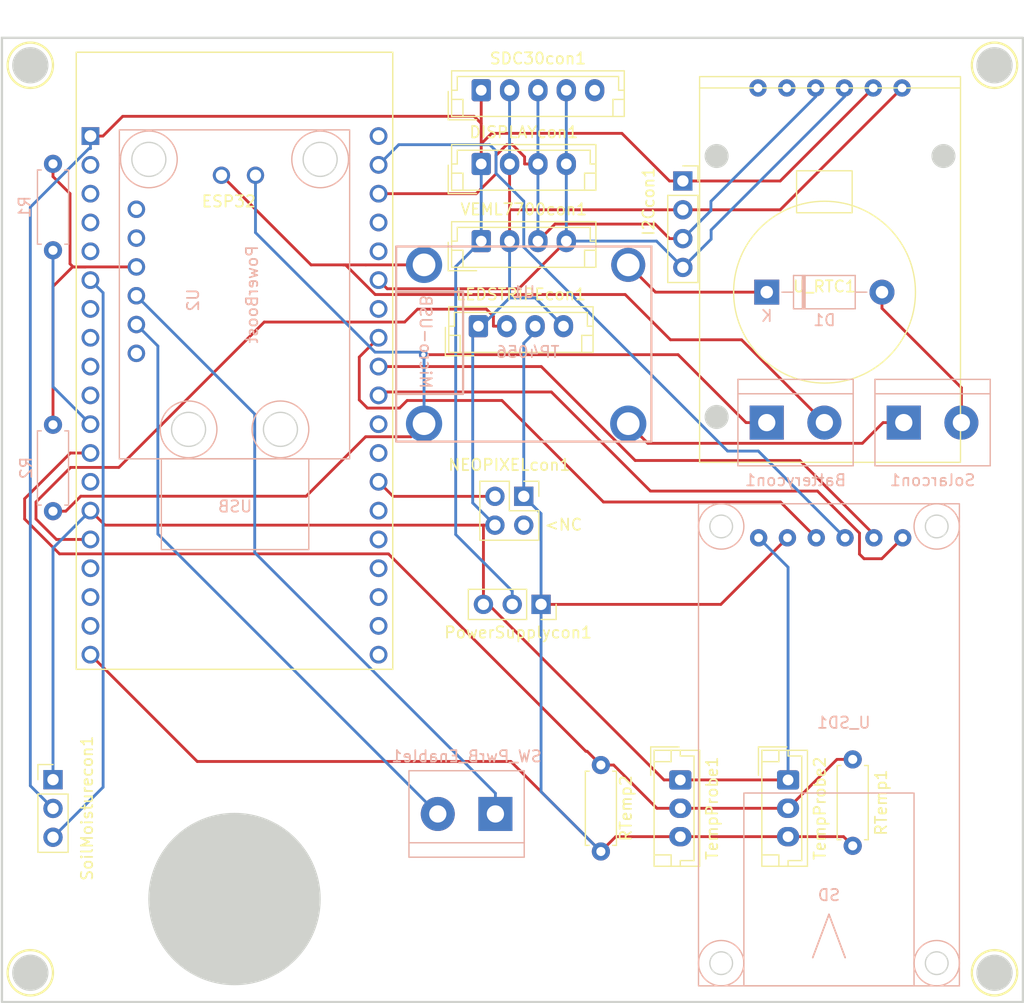
<source format=kicad_pcb>
(kicad_pcb (version 20211014) (generator pcbnew)
  (layers (0 "F.Cu" signal) (31 "B.Cu" signal) (34 "B.Paste" user) (35 "F.Paste" user) (36 "B.SilkS" user "B.Silkscreen") (37 "F.SilkS" user "F.Silkscreen") (38 "B.Mask" user) (39 "F.Mask" user) (44 "Edge.Cuts" user))
  (net 0 "")
  (net 1 "Net-(Batterycon1-Pad1)")
  (net 2 "Net-(Batterycon1-Pad2)")
  (net 3 "Net-(D1-Pad1)")
  (net 4 "Net-(D1-Pad2)")
  (net 5 "3V3")
  (net 6 "GND")
  (net 7 "SCL")
  (net 8 "SDA")
  (net 9 "5V")
  (net 10 "LEDSTRIPE")
  (net 11 "OneWire")
  (net 12 "LowBatt")
  (net 13 "SoilMoisture")
  (net 14 "EN")
  (net 15 "NEOPIXEL")
  (net 16 "SDcs")
  (net 17 "SCK")
  (net 18 "MISO")
  (net 19 "MOSI")
  (net 21 "Net-(R1-Pad2)")
  (net 22 "RDYscd30")
  (net 23 "Net-(Solarcon1-Pad1)")
  (net 24 "Net-(SW_PwrB_Enable1-Pad1)")
  (net 25 "Net-(SW_PwrB_Enable1-Pad2)")
  (footprint "Connector_JST:JST_EH_B4B-EH-A_1x04_P2.50mm_Vertical" (layer "F.Cu") (at 142.75 58.2)
    (fp_text reference "DISPLAYcon1" (at 3.75 -2.8) (layer "F.SilkS"))
    (fp_text value "Conn_01x04")
    (pad "1" thru_hole roundrect (at 0 0) (size 1.7 1.95) (drill 0.95) (layers *.Cu *.Mask) (roundrect_rratio 0.147059) (net 5 "3V3"))
    (pad "2" thru_hole oval (at 2.5 0) (size 1.7 1.95) (drill 0.95) (layers *.Cu *.Mask) (net 6 "GND"))
    (pad "3" thru_hole oval (at 5 0) (size 1.7 1.95) (drill 0.95) (layers *.Cu *.Mask) (net 7 "SCL"))
    (pad "4" thru_hole oval (at 7.5 0) (size 1.7 1.95) (drill 0.95) (layers *.Cu *.Mask) (net 8 "SDA"))
  )
  (footprint "Connector_PinHeader_2.54mm:PinHeader_1x03_P2.54mm_Vertical" (layer "F.Cu") (at 105 112.475)
    (fp_text reference "SoilMoisturecon1" (at 3 2.525 90) (layer "F.SilkS"))
    (fp_text value "Conn_01x03")
    (pad "1" thru_hole rect (at 0 0) (size 1.7 1.7) (drill 1) (layers *.Cu *.Mask) (net 6 "GND"))
    (pad "2" thru_hole oval (at 0 2.54) (size 1.7 1.7) (drill 1) (layers *.Cu *.Mask) (net 5 "3V3"))
    (pad "3" thru_hole oval (at 0 5.08) (size 1.7 1.7) (drill 1) (layers *.Cu *.Mask) (net 13 "SoilMoisture"))
  )
  (footprint "ESP32-DEVKITC-32D:MODULE_ESP32-DEVKITC-32D" (layer "F.Cu") (at 121 75.5)
    (fp_text reference "ESP32" (at -0.5 -14) (layer "F.SilkS") (effects (font (size 1.000386 1.000386))))
    (fp_text value "ESP32-DEVKITC-32D")
    (pad "1" thru_hole rect locked (at -12.7 -19.76) (size 1.56 1.56) (drill 1.04) (layers *.Cu *.Mask) (net 5 "3V3"))
    (pad "2" thru_hole circle locked (at -12.7 -17.22) (size 1.56 1.56) (drill 1.04) (layers *.Cu *.Mask) (net 14 "EN"))
    (pad "3" thru_hole circle locked (at -12.7 -14.68) (size 1.56 1.56) (drill 1.04) (layers *.Cu *.Mask))
    (pad "4" thru_hole circle locked (at -12.7 -12.14) (size 1.56 1.56) (drill 1.04) (layers *.Cu *.Mask))
    (pad "5" thru_hole circle locked (at -12.7 -9.6) (size 1.56 1.56) (drill 1.04) (layers *.Cu *.Mask))
    (pad "6" thru_hole circle locked (at -12.7 -7.06) (size 1.56 1.56) (drill 1.04) (layers *.Cu *.Mask) (net 13 "SoilMoisture"))
    (pad "7" thru_hole circle locked (at -12.7 -4.52) (size 1.56 1.56) (drill 1.04) (layers *.Cu *.Mask))
    (pad "8" thru_hole circle locked (at -12.7 -1.98) (size 1.56 1.56) (drill 1.04) (layers *.Cu *.Mask))
    (pad "9" thru_hole circle locked (at -12.7 0.56) (size 1.56 1.56) (drill 1.04) (layers *.Cu *.Mask))
    (pad "10" thru_hole circle locked (at -12.7 3.1) (size 1.56 1.56) (drill 1.04) (layers *.Cu *.Mask))
    (pad "11" thru_hole circle locked (at -12.7 5.64) (size 1.56 1.56) (drill 1.04) (layers *.Cu *.Mask) (net 12 "LowBatt"))
    (pad "12" thru_hole circle locked (at -12.7 8.18) (size 1.56 1.56) (drill 1.04) (layers *.Cu *.Mask) (net 11 "OneWire"))
    (pad "13" thru_hole circle locked (at -12.7 10.72) (size 1.56 1.56) (drill 1.04) (layers *.Cu *.Mask))
    (pad "14" thru_hole circle locked (at -12.7 13.26) (size 1.56 1.56) (drill 1.04) (layers *.Cu *.Mask) (net 6 "GND"))
    (pad "15" thru_hole circle locked (at -12.7 15.8) (size 1.56 1.56) (drill 1.04) (layers *.Cu *.Mask) (net 10 "LEDSTRIPE"))
    (pad "16" thru_hole circle locked (at -12.7 18.34) (size 1.56 1.56) (drill 1.04) (layers *.Cu *.Mask))
    (pad "17" thru_hole circle locked (at -12.7 20.88) (size 1.56 1.56) (drill 1.04) (layers *.Cu *.Mask))
    (pad "18" thru_hole circle locked (at -12.7 23.42) (size 1.56 1.56) (drill 1.04) (layers *.Cu *.Mask))
    (pad "19" thru_hole circle locked (at -12.7 25.96) (size 1.56 1.56) (drill 1.04) (layers *.Cu *.Mask) (net 9 "5V"))
    (pad "20" thru_hole circle locked (at 12.7 -19.76) (size 1.56 1.56) (drill 1.04) (layers *.Cu *.Mask))
    (pad "21" thru_hole circle locked (at 12.7 -17.22) (size 1.56 1.56) (drill 1.04) (layers *.Cu *.Mask) (net 19 "MOSI"))
    (pad "22" thru_hole circle locked (at 12.7 -14.68) (size 1.56 1.56) (drill 1.04) (layers *.Cu *.Mask) (net 7 "SCL"))
    (pad "23" thru_hole circle locked (at 12.7 -12.14) (size 1.56 1.56) (drill 1.04) (layers *.Cu *.Mask))
    (pad "24" thru_hole circle locked (at 12.7 -9.6) (size 1.56 1.56) (drill 1.04) (layers *.Cu *.Mask))
    (pad "25" thru_hole circle locked (at 12.7 -7.06) (size 1.56 1.56) (drill 1.04) (layers *.Cu *.Mask) (net 8 "SDA"))
    (pad "26" thru_hole circle locked (at 12.7 -4.52) (size 1.56 1.56) (drill 1.04) (layers *.Cu *.Mask))
    (pad "27" thru_hole circle locked (at 12.7 -1.98) (size 1.56 1.56) (drill 1.04) (layers *.Cu *.Mask) (net 18 "MISO"))
    (pad "28" thru_hole circle locked (at 12.7 0.56) (size 1.56 1.56) (drill 1.04) (layers *.Cu *.Mask) (net 17 "SCK"))
    (pad "29" thru_hole circle locked (at 12.7 3.1) (size 1.56 1.56) (drill 1.04) (layers *.Cu *.Mask) (net 16 "SDcs"))
    (pad "30" thru_hole circle locked (at 12.7 5.64) (size 1.56 1.56) (drill 1.04) (layers *.Cu *.Mask))
    (pad "31" thru_hole circle locked (at 12.7 8.18) (size 1.56 1.56) (drill 1.04) (layers *.Cu *.Mask))
    (pad "32" thru_hole circle locked (at 12.7 10.72) (size 1.56 1.56) (drill 1.04) (layers *.Cu *.Mask) (net 15 "NEOPIXEL"))
    (pad "33" thru_hole circle locked (at 12.7 13.26) (size 1.56 1.56) (drill 1.04) (layers *.Cu *.Mask))
    (pad "34" thru_hole circle locked (at 12.7 15.8) (size 1.56 1.56) (drill 1.04) (layers *.Cu *.Mask))
    (pad "35" thru_hole circle locked (at 12.7 18.34) (size 1.56 1.56) (drill 1.04) (layers *.Cu *.Mask))
    (pad "36" thru_hole circle locked (at 12.7 20.88) (size 1.56 1.56) (drill 1.04) (layers *.Cu *.Mask))
    (pad "37" thru_hole circle locked (at 12.7 23.42) (size 1.56 1.56) (drill 1.04) (layers *.Cu *.Mask))
    (pad "38" thru_hole circle locked (at 12.7 25.96) (size 1.56 1.56) (drill 1.04) (layers *.Cu *.Mask))
  )
  (footprint "Connector_PinSocket_2.54mm:PinSocket_1x04_P2.54mm_Vertical" (layer "F.Cu") (at 160.525 59.7)
    (fp_text reference "I2Ccon1" (at -3.025 1.8 90) (layer "F.SilkS"))
    (fp_text value "Conn_01x04")
    (pad "1" thru_hole rect (at 0 0) (size 1.7 1.7) (drill 1) (layers *.Cu *.Mask) (net 5 "3V3"))
    (pad "2" thru_hole oval (at 0 2.54) (size 1.7 1.7) (drill 1) (layers *.Cu *.Mask) (net 6 "GND"))
    (pad "3" thru_hole oval (at 0 5.08) (size 1.7 1.7) (drill 1) (layers *.Cu *.Mask) (net 7 "SCL"))
    (pad "4" thru_hole oval (at 0 7.62) (size 1.7 1.7) (drill 1) (layers *.Cu *.Mask) (net 8 "SDA"))
  )
  (footprint "Connector_PinSocket_2.54mm:PinSocket_1x03_P2.54mm_Vertical" (layer "F.Cu") (at 148.025 97.025 -90)
    (fp_text reference "PowerSupplycon1" (at 2.475 2.025 180) (layer "F.SilkS"))
    (fp_text value "Conn_01x03")
    (pad "1" thru_hole rect (at 0 0 270) (size 1.7 1.7) (drill 1) (layers *.Cu *.Mask) (net 9 "5V"))
    (pad "2" thru_hole oval (at 0 2.54 270) (size 1.7 1.7) (drill 1) (layers *.Cu *.Mask) (net 5 "3V3"))
    (pad "3" thru_hole oval (at 0 5.08 270) (size 1.7 1.7) (drill 1) (layers *.Cu *.Mask) (net 6 "GND"))
  )
  (footprint "TeaSpike_Periferalls:RTC_I2C_Module" (layer "F.Cu") (at 162 84.5 90)
    (fp_text reference "U_RTC1" (at 15.5 11 unlocked) (layer "F.SilkS"))
    (fp_text value "RTC_I2C_Module")
    (fp_circle (center 27 1.5) (end 28 1.5) (layer "Edge.Cuts") (width 0.12) (fill solid))
    (fp_circle (center 4 1.5) (end 5 1.5) (layer "Edge.Cuts") (width 0.12) (fill solid))
    (fp_circle (center 27 21.5) (end 28 21.5) (layer "Edge.Cuts") (width 0.12) (fill solid))
    (pad "1" thru_hole circle (at 33 5.15 90) (size 1.524 1.524) (drill 0.762) (layers *.Cu *.Mask))
    (pad "2" thru_hole circle (at 33 7.69 90) (size 1.524 1.524) (drill 0.762) (layers *.Cu *.Mask))
    (pad "3" thru_hole circle (at 33 10.23 90) (size 1.524 1.524) (drill 0.762) (layers *.Cu *.Mask) (net 7 "SCL"))
    (pad "4" thru_hole circle (at 33 12.77 90) (size 1.524 1.524) (drill 0.762) (layers *.Cu *.Mask) (net 8 "SDA"))
    (pad "5" thru_hole circle (at 33 15.31 90) (size 1.524 1.524) (drill 0.762) (layers *.Cu *.Mask) (net 5 "3V3"))
    (pad "6" thru_hole circle (at 33 17.85 90) (size 1.524 1.524) (drill 0.762) (layers *.Cu *.Mask) (net 6 "GND"))
  )
  (footprint "Connector_JST:JST_EH_B4B-EH-A_1x04_P2.50mm_Vertical" (layer "F.Cu") (at 142.5 72.5)
    (fp_text reference "LEDSTRIPEcon1" (at 3.75 -2.8) (layer "F.SilkS"))
    (fp_text value "Conn_01x04")
    (pad "1" thru_hole roundrect (at 0 0) (size 1.7 1.95) (drill 0.95) (layers *.Cu *.Mask) (roundrect_rratio 0.147059) (net 6 "GND"))
    (pad "2" thru_hole oval (at 2.5 0) (size 1.7 1.95) (drill 0.95) (layers *.Cu *.Mask) (net 10 "LEDSTRIPE"))
    (pad "3" thru_hole oval (at 5 0) (size 1.7 1.95) (drill 0.95) (layers *.Cu *.Mask) (net 9 "5V"))
    (pad "4" thru_hole oval (at 7.5 0) (size 1.7 1.95) (drill 0.95) (layers *.Cu *.Mask) (net 6 "GND"))
  )
  (footprint "Connector_JST:JST_EH_B4B-EH-A_1x04_P2.50mm_Vertical" (layer "F.Cu") (at 142.75 65)
    (fp_text reference "VEML7700con1" (at 3.75 -2.8) (layer "F.SilkS"))
    (fp_text value "Conn_01x04")
    (pad "1" thru_hole roundrect (at 0 0) (size 1.7 1.95) (drill 0.95) (layers *.Cu *.Mask) (roundrect_rratio 0.147059) (net 5 "3V3"))
    (pad "2" thru_hole oval (at 2.5 0) (size 1.7 1.95) (drill 0.95) (layers *.Cu *.Mask) (net 6 "GND"))
    (pad "3" thru_hole oval (at 5 0) (size 1.7 1.95) (drill 0.95) (layers *.Cu *.Mask) (net 7 "SCL"))
    (pad "4" thru_hole oval (at 7.5 0) (size 1.7 1.95) (drill 0.95) (layers *.Cu *.Mask) (net 8 "SDA"))
  )
  (footprint "Resistor_THT:R_Axial_DIN0207_L6.3mm_D2.5mm_P7.62mm_Horizontal" (layer "F.Cu") (at 153.3 118.81 90)
    (fp_text reference "RTemp2" (at 3.81 2.2 90) (layer "F.SilkS"))
    (fp_text value "4K7")
    (pad "1" thru_hole circle (at 0 0 90) (size 1.6 1.6) (drill 0.8) (layers *.Cu *.Mask) (net 9 "5V"))
    (pad "2" thru_hole oval (at 7.62 0 90) (size 1.6 1.6) (drill 0.8) (layers *.Cu *.Mask) (net 11 "OneWire"))
  )
  (footprint "Resistor_THT:R_Axial_DIN0207_L6.3mm_D2.5mm_P7.62mm_Horizontal" (layer "F.Cu") (at 175.5 118.31 90)
    (fp_text reference "RTemp1" (at 3.81 2.5 90) (layer "F.SilkS"))
    (fp_text value "4K7")
    (pad "1" thru_hole circle (at 0 0 90) (size 1.6 1.6) (drill 0.8) (layers *.Cu *.Mask) (net 9 "5V"))
    (pad "2" thru_hole oval (at 7.62 0 90) (size 1.6 1.6) (drill 0.8) (layers *.Cu *.Mask) (net 11 "OneWire"))
  )
  (footprint "Connector_JST:JST_EH_B3B-EH-A_1x03_P2.50mm_Vertical" (layer "F.Cu") (at 160.3 112.5 -90)
    (fp_text reference "TempProbe1" (at 2.5 -2.8 90) (layer "F.SilkS"))
    (fp_text value "Conn_01x03")
    (pad "1" thru_hole roundrect (at 0 0 270) (size 1.7 1.95) (drill 0.95) (layers *.Cu *.Mask) (roundrect_rratio 0.147059) (net 6 "GND"))
    (pad "2" thru_hole oval (at 2.5 0 270) (size 1.7 1.95) (drill 0.95) (layers *.Cu *.Mask) (net 11 "OneWire"))
    (pad "3" thru_hole oval (at 5 0 270) (size 1.7 1.95) (drill 0.95) (layers *.Cu *.Mask) (net 9 "5V"))
  )
  (footprint "Connector_PinSocket_2.54mm:PinSocket_2x02_P2.54mm_Vertical" (layer "F.Cu") (at 146.5 87.5)
    (fp_text reference "NEOPIXELcon1" (at -1.27 -2.77) (layer "F.SilkS"))
    (fp_text value "Conn_02x02_Odd_Even")
    (pad "1" thru_hole rect (at 0 0) (size 1.7 1.7) (drill 1) (layers *.Cu *.Mask) (net 9 "5V"))
    (pad "2" thru_hole oval (at -2.54 0) (size 1.7 1.7) (drill 1) (layers *.Cu *.Mask) (net 15 "NEOPIXEL"))
    (pad "3" thru_hole oval (at 0 2.54) (size 1.7 1.7) (drill 1) (layers *.Cu *.Mask))
    (pad "4" thru_hole oval (at -2.54 2.54) (size 1.7 1.7) (drill 1) (layers *.Cu *.Mask) (net 6 "GND"))
  )
  (footprint "Connector_JST:JST_EH_B5B-EH-A_1x05_P2.50mm_Vertical" (layer "F.Cu") (at 142.75 51.7)
    (fp_text reference "SDC30con1" (at 5 -2.8) (layer "F.SilkS"))
    (fp_text value "Conn_01x05")
    (pad "1" thru_hole roundrect (at 0 0) (size 1.7 1.95) (drill 0.95) (layers *.Cu *.Mask) (roundrect_rratio 0.147059) (net 5 "3V3"))
    (pad "2" thru_hole oval (at 2.5 0) (size 1.7 1.95) (drill 0.95) (layers *.Cu *.Mask) (net 6 "GND"))
    (pad "3" thru_hole oval (at 5 0) (size 1.7 1.95) (drill 0.95) (layers *.Cu *.Mask) (net 7 "SCL"))
    (pad "4" thru_hole oval (at 7.5 0) (size 1.7 1.95) (drill 0.95) (layers *.Cu *.Mask) (net 8 "SDA"))
    (pad "5" thru_hole oval (at 10 0) (size 1.7 1.95) (drill 0.95) (layers *.Cu *.Mask) (net 22 "RDYscd30"))
  )
  (footprint "Connector_JST:JST_EH_B3B-EH-A_1x03_P2.50mm_Vertical" (layer "F.Cu") (at 169.8 112.5 -90)
    (fp_text reference "TempProbe2" (at 2.5 -2.8 90) (layer "F.SilkS"))
    (fp_text value "Conn_01x03")
    (pad "1" thru_hole roundrect (at 0 0 270) (size 1.7 1.95) (drill 0.95) (layers *.Cu *.Mask) (roundrect_rratio 0.147059) (net 6 "GND"))
    (pad "2" thru_hole oval (at 2.5 0 270) (size 1.7 1.95) (drill 0.95) (layers *.Cu *.Mask) (net 11 "OneWire"))
    (pad "3" thru_hole oval (at 5 0 270) (size 1.7 1.95) (drill 0.95) (layers *.Cu *.Mask) (net 9 "5V"))
  )
  (footprint "TeaSpike_Periferalls:PowerBoost" (layer "B.Cu") (at 114.85 43.995 -90)
    (fp_text reference "U2" (at 26.2 -2.5 90 unlocked) (layer "B.SilkS") (effects (justify mirror)))
    (fp_text value "PowerBoost" (at 25.7 -7.7 90 unlocked) (layer "B.SilkS") (effects (justify mirror)))
    (fp_text user "USB" (at 44.4 -6.2 unlocked) (layer "B.SilkS") (effects (justify mirror)))
    (fp_circle (center 13.8 1.4) (end 15.3 1.4) (layer "Edge.Cuts") (width 0.12) (fill none))
    (fp_circle (center 37.6 -2.1) (end 39.1 -2.1) (layer "Edge.Cuts") (width 0.12) (fill none))
    (fp_circle (center 13.8 -13.7) (end 15.3 -13.7) (layer "Edge.Cuts") (width 0.12) (fill none))
    (fp_circle (center 37.6 -10.2) (end 39.1 -10.2) (layer "Edge.Cuts") (width 0.12) (fill none))
    (pad "1" thru_hole circle (at 15.2 -5 270) (size 1.524 1.524) (drill 1) (layers *.Cu *.Mask) (net 2 "Net-(Batterycon1-Pad2)"))
    (pad "2" thru_hole circle (at 15.2 -8 270) (size 1.524 1.524) (drill 1) (layers *.Cu *.Mask) (net 1 "Net-(Batterycon1-Pad1)"))
    (pad "3" thru_hole circle (at 18.2 2.5 270) (size 1.54 1.54) (drill 1) (layers *.Cu *.Mask))
    (pad "4" thru_hole circle (at 20.74 2.5 270) (size 1.54 1.54) (drill 1) (layers *.Cu *.Mask))
    (pad "5" thru_hole circle (at 23.28 2.5 270) (size 1.54 1.54) (drill 1) (layers *.Cu *.Mask) (net 21 "Net-(R1-Pad2)"))
    (pad "6" thru_hole circle (at 25.82 2.5 270) (size 1.54 1.54) (drill 1) (layers *.Cu *.Mask) (net 24 "Net-(SW_PwrB_Enable1-Pad1)"))
    (pad "7" thru_hole circle (at 28.36 2.5 270) (size 1.54 1.54) (drill 1) (layers *.Cu *.Mask) (net 25 "Net-(SW_PwrB_Enable1-Pad2)"))
    (pad "8" thru_hole circle (at 30.9 2.5 270) (size 1.54 1.54) (drill 1) (layers *.Cu *.Mask))
  )
  (footprint "TerminalBlock:TerminalBlock_bornier-2_P5.08mm" (layer "B.Cu") (at 167.92 81)
    (fp_text reference "Batterycon1" (at 2.54 5.08) (layer "B.SilkS") (effects (justify mirror)))
    (fp_text value "Conn_01x02")
    (pad "1" thru_hole rect (at 0 0) (size 3 3) (drill 1.52) (layers *.Cu *.Mask) (net 1 "Net-(Batterycon1-Pad1)"))
    (pad "2" thru_hole circle (at 5.08 0) (size 3 3) (drill 1.52) (layers *.Cu *.Mask) (net 2 "Net-(Batterycon1-Pad2)"))
  )
  (footprint "Resistor_THT:R_Axial_DIN0207_L6.3mm_D2.5mm_P7.62mm_Horizontal" (layer "B.Cu") (at 105 65.81 90)
    (fp_text reference "R1" (at 3.81 -2.5 90) (layer "B.SilkS") (effects (justify mirror)))
    (fp_text value "100")
    (pad "1" thru_hole circle (at 0 0 90) (size 1.6 1.6) (drill 0.8) (layers *.Cu *.Mask) (net 12 "LowBatt"))
    (pad "2" thru_hole oval (at 7.62 0 90) (size 1.6 1.6) (drill 0.8) (layers *.Cu *.Mask) (net 21 "Net-(R1-Pad2)"))
  )
  (footprint "TeaSpike_Periferalls:TP4056" (layer "B.Cu") (at 145.55 59.475 180)
    (fp_text reference "U1" (at -0.95 -10.025 unlocked) (layer "B.SilkS") (effects (justify mirror)))
    (fp_text value "TP4056")
    (fp_text user "TP4056" (at -1.3 -15.3 unlocked) (layer "B.SilkS") (effects (justify mirror)))
    (fp_text user "Micro-USB" (at 7.7 -14.4 270 unlocked) (layer "B.SilkS") (effects (justify mirror)))
    (fp_circle (center 7.84 -21.62) (end 9.34 -21.62) (layer "B.Cu") (width 0.2) (fill none))
    (fp_circle (center -10.16 -21.62) (end -8.66 -21.62) (layer "B.Cu") (width 0.2) (fill none))
    (fp_circle (center 7.84 -7.62) (end 9.34 -7.62) (layer "B.Cu") (width 0.2) (fill none))
    (pad "1" thru_hole circle (at -10.16 -7.62 180) (size 3 3) (drill 2) (layers *.Cu *.Mask) (net 3 "Net-(D1-Pad1)"))
    (pad "2" thru_hole circle (at -10.16 -21.62 180) (size 3 3) (drill 2) (layers *.Cu *.Mask) (net 23 "Net-(Solarcon1-Pad1)"))
    (pad "3" thru_hole circle (at 7.84 -7.62 180) (size 3 3) (drill 2) (layers *.Cu *.Mask) (net 2 "Net-(Batterycon1-Pad2)"))
    (pad "4" thru_hole circle (at 7.84 -21.62 180) (size 3 3) (drill 2) (layers *.Cu *.Mask) (net 1 "Net-(Batterycon1-Pad1)"))
  )
  (footprint "TeaSpike_Periferalls:SD_Module" (layer "B.Cu") (at 184.905 130.655 90)
    (fp_text reference "U_SD1" (at 23.2 -10.2 unlocked) (layer "B.SilkS") (effects (justify mirror)))
    (fp_text value "SD_Module")
    (fp_text user ">" (at 4.4 -11.1 270 unlocked) (layer "B.SilkS") (effects (font (size 5 5)) (justify mirror)))
    (fp_text user "SD" (at 8 -11.5 unlocked) (layer "B.SilkS") (effects (justify mirror)))
    (fp_circle (center 2 -21) (end 3 -21) (layer "Edge.Cuts") (width 0.12) (fill none))
    (fp_circle (center 40.5 -2) (end 41.5 -2) (layer "Edge.Cuts") (width 0.12) (fill none))
    (fp_circle (center 2 -2) (end 3 -2) (layer "Edge.Cuts") (width 0.12) (fill none))
    (fp_circle (center 40.5 -21) (end 41.5 -21) (layer "Edge.Cuts") (width 0.12) (fill none))
    (pad "1" thru_hole circle (at 39.5 -5 90) (size 1.524 1.524) (drill 0.762) (layers *.Cu *.Mask) (net 16 "SDcs"))
    (pad "2" thru_hole circle (at 39.5 -7.54 90) (size 1.524 1.524) (drill 0.762) (layers *.Cu *.Mask) (net 17 "SCK"))
    (pad "3" thru_hole circle (at 39.5 -10.08 90) (size 1.524 1.524) (drill 0.762) (layers *.Cu *.Mask) (net 19 "MOSI"))
    (pad "4" thru_hole circle (at 39.5 -12.62 90) (size 1.524 1.524) (drill 0.762) (layers *.Cu *.Mask) (net 18 "MISO"))
    (pad "5" thru_hole circle (at 39.5 -15.16 90) (size 1.524 1.524) (drill 0.762) (layers *.Cu *.Mask) (net 9 "5V"))
    (pad "6" thru_hole circle (at 39.5 -17.7 90) (size 1.524 1.524) (drill 0.762) (layers *.Cu *.Mask) (net 6 "GND"))
  )
  (footprint "TerminalBlock:TerminalBlock_bornier-2_P5.08mm" (layer "B.Cu") (at 144 115.5 180)
    (fp_text reference "SW_PwrB_Enable1" (at 2.54 5.08) (layer "B.SilkS") (effects (justify mirror)))
    (fp_text value "SW_DIP_x01")
    (pad "1" thru_hole rect (at 0 0 180) (size 3 3) (drill 1.52) (layers *.Cu *.Mask) (net 24 "Net-(SW_PwrB_Enable1-Pad1)"))
    (pad "2" thru_hole circle (at 5.08 0 180) (size 3 3) (drill 1.52) (layers *.Cu *.Mask) (net 25 "Net-(SW_PwrB_Enable1-Pad2)"))
  )
  (footprint "Diode_THT:D_DO-41_SOD81_P10.16mm_Horizontal" (layer "B.Cu") (at 167.92 69.5)
    (fp_text reference "D1" (at 5.08 2.47) (layer "B.SilkS") (effects (justify mirror)))
    (fp_text value "1N4001")
    (fp_text user "K" (at 0 2.1) (layer "B.SilkS") (effects (justify mirror)))
    (pad "1" thru_hole rect (at 0 0) (size 2.2 2.2) (drill 1.1) (layers *.Cu *.Mask) (net 3 "Net-(D1-Pad1)"))
    (pad "2" thru_hole oval (at 10.16 0) (size 2.2 2.2) (drill 1.1) (layers *.Cu *.Mask) (net 4 "Net-(D1-Pad2)"))
  )
  (footprint "TerminalBlock:TerminalBlock_bornier-2_P5.08mm" (layer "B.Cu") (at 180 81)
    (fp_text reference "Solarcon1" (at 2.54 5.08) (layer "B.SilkS") (effects (justify mirror)))
    (fp_text value "SolarPannel")
    (pad "1" thru_hole rect (at 0 0) (size 3 3) (drill 1.52) (layers *.Cu *.Mask) (net 23 "Net-(Solarcon1-Pad1)"))
    (pad "2" thru_hole circle (at 5.08 0) (size 3 3) (drill 1.52) (layers *.Cu *.Mask) (net 4 "Net-(D1-Pad2)"))
  )
  (footprint "Resistor_THT:R_Axial_DIN0207_L6.3mm_D2.5mm_P7.62mm_Horizontal" (layer "B.Cu") (at 105 81.19 -90)
    (fp_text reference "R2" (at 3.81 2.37 90) (layer "B.SilkS") (effects (justify mirror)))
    (fp_text value "100")
    (pad "1" thru_hole circle (at 0 0 270) (size 1.6 1.6) (drill 0.8) (layers *.Cu *.Mask) (net 21 "Net-(R1-Pad2)"))
    (pad "2" thru_hole oval (at 7.62 0 270) (size 1.6 1.6) (drill 0.8) (layers *.Cu *.Mask) (net 1 "Net-(Batterycon1-Pad1)"))
  )
  (gr_circle (center 188 49.5) (end 190 49.5) (layer "F.SilkS") (width 0.2) (fill none))
  (gr_circle (center 188 129.5) (end 190 129.5) (layer "F.SilkS") (width 0.2) (fill none))
  (gr_circle (center 103 129.5) (end 105 129.5) (layer "F.SilkS") (width 0.2) (fill none))
  (gr_circle (center 103 49.5) (end 105 49.5) (layer "F.SilkS") (width 0.2) (fill none))
  (gr_circle (center 188 49.5) (end 189.5 49.5) (layer "Edge.Cuts") (width 0.2) (fill solid))
  (gr_circle (center 188 129.5) (end 189.5 129.5) (layer "Edge.Cuts") (width 0.2) (fill solid))
  (gr_circle (center 103 49.5) (end 104.5 49.5) (layer "Edge.Cuts") (width 0.2) (fill solid))
  (gr_rect (start 100.5 47.08) (end 190.5 132.08) (layer "Edge.Cuts") (width 0.2) (fill none))
  (gr_circle (center 121 123) (end 128.5 123) (layer "Edge.Cuts") (width 0.2) (fill solid))
  (gr_circle (center 103 129.5) (end 104.5 129.5) (layer "Edge.Cuts") (width 0.2) (fill solid))
  (gr_text "<NC" (at 150 90) (layer "F.SilkS") (effects (font (size 1 1))))
  (segment (start 107.4453 87.49) (end 127.3181 87.49) (width 0.25) (layer "F.Cu") (net 1))
  (segment (start 167.92 81) (end 166.0947 81) (width 0.25) (layer "F.Cu") (net 1))
  (segment (start 137.6571 75.0115) (end 160.1062 75.0115) (width 0.25) (layer "F.Cu") (net 1))
  (segment (start 132.5625 82.2456) (end 136.5594 82.2456) (width 0.25) (layer "F.Cu") (net 1))
  (segment (start 106.1253 88.81) (end 107.4453 87.49) (width 0.25) (layer "F.Cu") (net 1))
  (segment (start 127.3181 87.49) (end 132.5625 82.2456) (width 0.25) (layer "F.Cu") (net 1))
  (segment (start 136.5594 82.2456) (end 137.71 81.095) (width 0.25) (layer "F.Cu") (net 1))
  (segment (start 105 88.81) (end 106.1253 88.81) (width 0.25) (layer "F.Cu") (net 1))
  (segment (start 160.1062 75.0115) (end 166.0947 81) (width 0.25) (layer "F.Cu") (net 1))
  (via (at 137.6571 75.0115) (size 0.8) (drill 0.4) (layers "F.Cu" "B.Cu") (net 1))
  (segment (start 133.3881 74.79) (end 137.4356 74.79) (width 0.25) (layer "B.Cu") (net 1))
  (segment (start 137.71 81.095) (end 137.71 75.0644) (width 0.25) (layer "B.Cu") (net 1))
  (segment (start 137.71 75.0644) (end 137.6571 75.0115) (width 0.25) (layer "B.Cu") (net 1))
  (segment (start 137.4356 74.79) (end 137.6571 75.0115) (width 0.25) (layer "B.Cu") (net 1))
  (segment (start 122.85 64.2519) (end 133.3881 74.79) (width 0.25) (layer "B.Cu") (net 1))
  (segment (start 122.85 59.195) (end 122.85 64.2519) (width 0.25) (layer "B.Cu") (net 1))
  (segment (start 130.7869 67.095) (end 130.595 67.095) (width 0.25) (layer "F.Cu") (net 2))
  (segment (start 155.4415 69.7099) (end 133.4018 69.7099) (width 0.25) (layer "F.Cu") (net 2))
  (segment (start 119.85 59.195) (end 127.75 67.095) (width 0.25) (layer "F.Cu") (net 2))
  (segment (start 130.595 67.095) (end 132.5795 67.095) (width 0.25) (layer "F.Cu") (net 2))
  (segment (start 132.5795 67.095) (end 137.71 67.095) (width 0.25) (layer "F.Cu") (net 2))
  (segment (start 173 81) (end 165.6982 73.6982) (width 0.25) (layer "F.Cu") (net 2))
  (segment (start 133.4018 69.7099) (end 130.7869 67.095) (width 0.25) (layer "F.Cu") (net 2))
  (segment (start 165.6982 73.6982) (end 159.4298 73.6982) (width 0.25) (layer "F.Cu") (net 2))
  (segment (start 159.4298 73.6982) (end 155.4415 69.7099) (width 0.25) (layer "F.Cu") (net 2))
  (segment (start 127.75 67.095) (end 130.595 67.095) (width 0.25) (layer "F.Cu") (net 2))
  (segment (start 158.115 69.5) (end 155.71 67.095) (width 0.25) (layer "F.Cu") (net 3))
  (segment (start 167.92 69.5) (end 158.115 69.5) (width 0.25) (layer "F.Cu") (net 3))
  (segment (start 185.08 77.9253) (end 178.08 70.9253) (width 0.25) (layer "F.Cu") (net 4))
  (segment (start 185.08 81) (end 185.08 77.9253) (width 0.25) (layer "F.Cu") (net 4))
  (segment (start 178.08 69.5) (end 178.08 70.9253) (width 0.25) (layer "F.Cu") (net 4))
  (segment (start 177.31 51.5) (end 169.11 59.7) (width 0.25) (layer "F.Cu") (net 5))
  (segment (start 142.75 54.6267) (end 142.1233 54) (width 0.25) (layer "F.Cu") (net 5))
  (segment (start 159.3497 59.7) (end 160.525 59.7) (width 0.25) (layer "F.Cu") (net 5))
  (segment (start 142.75 56.4197) (end 143.6697 55.5) (width 0.25) (layer "F.Cu") (net 5))
  (segment (start 142.75 54.6267) (end 142.75 56.4197) (width 0.25) (layer "F.Cu") (net 5))
  (segment (start 111.1453 54) (end 109.4053 55.74) (width 0.25) (layer "F.Cu") (net 5))
  (segment (start 169.11 59.7) (end 160.525 59.7) (width 0.25) (layer "F.Cu") (net 5))
  (segment (start 143.6697 55.5) (end 155.1497 55.5) (width 0.25) (layer "F.Cu") (net 5))
  (segment (start 109.4053 55.74) (end 108.3 55.74) (width 0.25) (layer "F.Cu") (net 5))
  (segment (start 142.75 51.7) (end 142.75 54.6267) (width 0.25) (layer "F.Cu") (net 5))
  (segment (start 155.1497 55.5) (end 159.3497 59.7) (width 0.25) (layer "F.Cu") (net 5))
  (segment (start 142.75 56.4197) (end 142.75 58.2) (width 0.25) (layer "F.Cu") (net 5))
  (segment (start 142.1233 54) (end 111.1453 54) (width 0.25) (layer "F.Cu") (net 5))
  (segment (start 140.5 90.8647) (end 145.485 95.8497) (width 0.25) (layer "B.Cu") (net 5))
  (segment (start 108.3 55.74) (end 108.3 56.8453) (width 0.25) (layer "B.Cu") (net 5))
  (segment (start 108.1617 56.8453) (end 103 62.007) (width 0.25) (layer "B.Cu") (net 5))
  (segment (start 103 62.007) (end 103 113.015) (width 0.25) (layer "B.Cu") (net 5))
  (segment (start 145.485 95.8497) (end 145.485 97.025) (width 0.25) (layer "B.Cu") (net 5))
  (segment (start 142.75 58.2) (end 142.75 65) (width 0.25) (layer "B.Cu") (net 5))
  (segment (start 103 113.015) (end 105 115.015) (width 0.25) (layer "B.Cu") (net 5))
  (segment (start 140.5 67.25) (end 140.5 90.8647) (width 0.25) (layer "B.Cu") (net 5))
  (segment (start 142.75 65) (end 140.5 67.25) (width 0.25) (layer "B.Cu") (net 5))
  (segment (start 108.3 56.8453) (end 108.1617 56.8453) (width 0.25) (layer "B.Cu") (net 5))
  (segment (start 160.525 62.24) (end 159.3497 62.24) (width 0.25) (layer "F.Cu") (net 6))
  (segment (start 169.8 112.5) (end 160.3 112.5) (width 0.25) (layer "F.Cu") (net 6))
  (segment (start 108.3 88.76) (end 109.58 90.04) (width 0.25) (layer "F.Cu") (net 6))
  (segment (start 158.864 112.5) (end 143.389 97.025) (width 0.25) (layer "F.Cu") (net 6))
  (segment (start 145.25 62.24) (end 159.3497 62.24) (width 0.25) (layer "F.Cu") (net 6))
  (segment (start 142.945 97.025) (end 142.945 95.8497) (width 0.25) (layer "F.Cu") (net 6))
  (segment (start 145.25 65) (end 145.25 62.24) (width 0.25) (layer "F.Cu") (net 6))
  (segment (start 143.389 97.025) (end 142.945 97.025) (width 0.25) (layer "F.Cu") (net 6))
  (segment (start 160.3 112.5) (end 158.864 112.5) (width 0.25) (layer "F.Cu") (net 6))
  (segment (start 142.945 90.04) (end 143.96 90.04) (width 0.25) (layer "F.Cu") (net 6))
  (segment (start 109.58 90.04) (end 142.945 90.04) (width 0.25) (layer "F.Cu") (net 6))
  (segment (start 145.25 62.24) (end 145.25 58.2) (width 0.25) (layer "F.Cu") (net 6))
  (segment (start 179.85 51.5) (end 169.11 62.24) (width 0.25) (layer "F.Cu") (net 6))
  (segment (start 142.945 90.04) (end 142.945 95.8497) (width 0.25) (layer "F.Cu") (net 6))
  (segment (start 169.11 62.24) (end 160.525 62.24) (width 0.25) (layer "F.Cu") (net 6))
  (segment (start 145.25 65) (end 145.25 70.0078) (width 0.25) (layer "B.Cu") (net 6))
  (segment (start 108.3 88.76) (end 105 92.06) (width 0.25) (layer "B.Cu") (net 6))
  (segment (start 142 88.08) (end 143.96 90.04) (width 0.25) (layer "B.Cu") (net 6))
  (segment (start 142.5 72.5) (end 142.7578 72.5) (width 0.25) (layer "B.Cu") (net 6))
  (segment (start 105 92.06) (end 105 112.475) (width 0.25) (layer "B.Cu") (net 6))
  (segment (start 145.25 51.7) (end 145.25 58.2) (width 0.25) (layer "B.Cu") (net 6))
  (segment (start 169.8 93.75) (end 167.205 91.155) (width 0.25) (layer "B.Cu") (net 6))
  (segment (start 147.5078 70.0078) (end 150 72.5) (width 0.25) (layer "B.Cu") (net 6))
  (segment (start 142 73.2578) (end 142 88.08) (width 0.25) (layer "B.Cu") (net 6))
  (segment (start 142.7578 72.5) (end 142 73.2578) (width 0.25) (layer "B.Cu") (net 6))
  (segment (start 145.25 70.0078) (end 142.7578 72.5) (width 0.25) (layer "B.Cu") (net 6))
  (segment (start 169.8 112.5) (end 169.8 93.75) (width 0.25) (layer "B.Cu") (net 6))
  (segment (start 145.25 70.0078) (end 147.5078 70.0078) (width 0.25) (layer "B.Cu") (net 6))
  (segment (start 158.0697 63.5) (end 149.25 63.5) (width 0.25) (layer "F.Cu") (net 7))
  (segment (start 160.525 64.78) (end 159.3497 64.78) (width 0.25) (layer "F.Cu") (net 7))
  (segment (start 142.3064 60.82) (end 133.7 60.82) (width 0.25) (layer "F.Cu") (net 7))
  (segment (start 146.5747 57.5747) (end 145.5 56.5) (width 0.25) (layer "F.Cu") (net 7))
  (segment (start 159.3497 64.78) (end 158.0697 63.5) (width 0.25) (layer "F.Cu") (net 7))
  (segment (start 145 56.5) (end 144.0571 57.4429) (width 0.25) (layer "F.Cu") (net 7))
  (segment (start 144.0571 57.4429) (end 144.0571 59.0693) (width 0.25) (layer "F.Cu") (net 7))
  (segment (start 145.5 56.5) (end 145 56.5) (width 0.25) (layer "F.Cu") (net 7))
  (segment (start 147.75 58.2) (end 146.5747 58.2) (width 0.25) (layer "F.Cu") (net 7))
  (segment (start 149.25 63.5) (end 147.75 65) (width 0.25) (layer "F.Cu") (net 7))
  (segment (start 144.0571 59.0693) (end 142.3064 60.82) (width 0.25) (layer "F.Cu") (net 7))
  (segment (start 146.5747 58.2) (end 146.5747 57.5747) (width 0.25) (layer "F.Cu") (net 7))
  (segment (start 172.23 51.5) (end 172.23 52.267) (width 0.25) (layer "B.Cu") (net 7))
  (segment (start 162.9985 62.3065) (end 160.525 64.78) (width 0.25) (layer "B.Cu") (net 7))
  (segment (start 172.23 52.267) (end 162.9985 61.4985) (width 0.25) (layer "B.Cu") (net 7))
  (segment (start 147.75 65) (end 147.75 58.2) (width 0.25) (layer "B.Cu") (net 7))
  (segment (start 147.75 51.7) (end 147.75 58.2) (width 0.25) (layer "B.Cu") (net 7))
  (segment (start 162.9985 61.4985) (end 162.9985 62.3065) (width 0.25) (layer "B.Cu") (net 7))
  (segment (start 150.25 65) (end 146.05 69.2) (width 0.25) (layer "F.Cu") (net 8))
  (segment (start 134.46 69.2) (end 133.7 68.44) (width 0.25) (layer "F.Cu") (net 8))
  (segment (start 146.05 69.2) (end 134.46 69.2) (width 0.25) (layer "F.Cu") (net 8))
  (segment (start 174.77 51.5) (end 174.77 52.267) (width 0.25) (layer "B.Cu") (net 8))
  (segment (start 150.25 65) (end 158.205 65) (width 0.25) (layer "B.Cu") (net 8))
  (segment (start 174.77 52.267) (end 163.0185 64.0185) (width 0.25) (layer "B.Cu") (net 8))
  (segment (start 150.25 65) (end 150.25 58.2) (width 0.25) (layer "B.Cu") (net 8))
  (segment (start 163.0185 64.8265) (end 160.525 67.32) (width 0.25) (layer "B.Cu") (net 8))
  (segment (start 150.25 51.7) (end 150.25 58.2) (width 0.25) (layer "B.Cu") (net 8))
  (segment (start 163.0185 64.0185) (end 163.0185 64.8265) (width 0.25) (layer "B.Cu") (net 8))
  (segment (start 158.205 65) (end 160.525 67.32) (width 0.25) (layer "B.Cu") (net 8))
  (segment (start 160.3 117.5) (end 154.61 117.5) (width 0.25) (layer "F.Cu") (net 9))
  (segment (start 154.61 117.5) (end 153.3 118.81) (width 0.25) (layer "F.Cu") (net 9))
  (segment (start 174.69 117.5) (end 175.5 118.31) (width 0.25) (layer "F.Cu") (net 9))
  (segment (start 160.3 117.5) (end 169.8 117.5) (width 0.25) (layer "F.Cu") (net 9))
  (segment (start 145.3655 110.8755) (end 117.7155 110.8755) (width 0.25) (layer "F.Cu") (net 9))
  (segment (start 117.7155 110.8755) (end 108.3 101.46) (width 0.25) (layer "F.Cu") (net 9))
  (segment (start 169.8 117.5) (end 174.69 117.5) (width 0.25) (layer "F.Cu") (net 9))
  (segment (start 169.745 91.155) (end 163.875 97.025) (width 0.25) (layer "F.Cu") (net 9))
  (segment (start 153.3 118.81) (end 145.3655 110.8755) (width 0.25) (layer "F.Cu") (net 9))
  (segment (start 163.875 97.025) (end 148.025 97.025) (width 0.25) (layer "F.Cu") (net 9))
  (segment (start 148.025 113.535) (end 148.025 97.025) (width 0.25) (layer "B.Cu") (net 9))
  (segment (start 146.5 74) (end 147.5 73) (width 0.25) (layer "B.Cu") (net 9))
  (segment (start 146.5 74) (end 146.5 87.5) (width 0.25) (layer "B.Cu") (net 9))
  (segment (start 147.5 73) (end 147.5 72.5) (width 0.25) (layer "B.Cu") (net 9))
  (segment (start 148.025 89.025) (end 146.5 87.5) (width 0.25) (layer "B.Cu") (net 9))
  (segment (start 148.025 97.025) (end 148.025 89.025) (width 0.25) (layer "B.Cu") (net 9))
  (segment (start 153.3 118.81) (end 148.025 113.535) (width 0.25) (layer "B.Cu") (net 9))
  (segment (start 143.8247 72.5) (end 143.8247 71.6185) (width 0.25) (layer "F.Cu") (net 10))
  (segment (start 105.3 91.3) (end 108.3 91.3) (width 0.25) (layer "F.Cu") (net 10))
  (segment (start 135.997 72.1367) (end 123.6209 72.1367) (width 0.25) (layer "F.Cu") (net 10))
  (segment (start 106.55 84.95) (end 103.5 88) (width 0.25) (layer "F.Cu") (net 10))
  (segment (start 103.5 89.5) (end 105.3 91.3) (width 0.25) (layer "F.Cu") (net 10))
  (segment (start 143.2062 71) (end 137.1337 71) (width 0.25) (layer "F.Cu") (net 10))
  (segment (start 143.8247 71.6185) (end 143.2062 71) (width 0.25) (layer "F.Cu") (net 10))
  (segment (start 123.6209 72.1367) (end 110.8076 84.95) (width 0.25) (layer "F.Cu") (net 10))
  (segment (start 103.5 88) (end 103.5 89.5) (width 0.25) (layer "F.Cu") (net 10))
  (segment (start 145 72.5) (end 143.8247 72.5) (width 0.25) (layer "F.Cu") (net 10))
  (segment (start 137.1337 71) (end 135.997 72.1367) (width 0.25) (layer "F.Cu") (net 10))
  (segment (start 110.8076 84.95) (end 106.55 84.95) (width 0.25) (layer "F.Cu") (net 10))
  (segment (start 158.2353 115) (end 154.4253 111.19) (width 0.25) (layer "F.Cu") (net 11))
  (segment (start 108.3 83.68) (end 106.53135 83.68) (width 0.25) (layer "F.Cu") (net 11))
  (segment (start 106.53135 83.68) (end 102.5 87.71135) (width 0.25) (layer "F.Cu") (net 11))
  (segment (start 153.3 111.19) (end 154.4253 111.19) (width 0.25) (layer "F.Cu") (net 11))
  (segment (start 134.57 92.57) (end 151.97635 109.97635) (width 0.25) (layer "F.Cu") (net 11))
  (segment (start 169.8 115) (end 160.3 115) (width 0.25) (layer "F.Cu") (net 11))
  (segment (start 175.5 110.69) (end 174.11 110.69) (width 0.25) (layer "F.Cu") (net 11))
  (segment (start 102.5 87.71135) (end 102.5 89.5) (width 0.25) (layer "F.Cu") (net 11))
  (segment (start 105.57 92.57) (end 134.57 92.57) (width 0.25) (layer "F.Cu") (net 11))
  (segment (start 160.3 115) (end 158.2353 115) (width 0.25) (layer "F.Cu") (net 11))
  (segment (start 102.5 89.5) (end 105.57 92.57) (width 0.25) (layer "F.Cu") (net 11))
  (segment (start 152.08635 109.97635) (end 153.3 111.19) (width 0.25) (layer "F.Cu") (net 11))
  (segment (start 151.97635 109.97635) (end 152.08635 109.97635) (width 0.25) (layer "F.Cu") (net 11))
  (segment (start 174.11 110.69) (end 169.8 115) (width 0.25) (layer "F.Cu") (net 11))
  (segment (start 105 77.84) (end 108.3 81.14) (width 0.25) (layer "B.Cu") (net 12))
  (segment (start 105 65.81) (end 105 77.84) (width 0.25) (layer "B.Cu") (net 12))
  (segment (start 109.4183 113.1367) (end 105 117.555) (width 0.25) (layer "B.Cu") (net 13))
  (segment (start 109.4183 69.5583) (end 109.4183 113.1367) (width 0.25) (layer "B.Cu") (net 13))
  (segment (start 108.3 68.44) (end 109.4183 69.5583) (width 0.25) (layer "B.Cu") (net 13))
  (segment (start 134.98 87.5) (end 133.7 86.22) (width 0.25) (layer "F.Cu") (net 15))
  (segment (start 143.96 87.5) (end 134.98 87.5) (width 0.25) (layer "F.Cu") (net 15))
  (segment (start 178.06 93) (end 176.5 93) (width 0.25) (layer "F.Cu") (net 16))
  (segment (start 148.9333 78.3) (end 134 78.3) (width 0.25) (layer "F.Cu") (net 16))
  (segment (start 176.095 92.595) (end 176.095 90.73795) (width 0.25) (layer "F.Cu") (net 16))
  (segment (start 157.6693 87.036) (end 148.9333 78.3) (width 0.25) (layer "F.Cu") (net 16))
  (segment (start 134 78.3) (end 133.7 78.6) (width 0.25) (layer "F.Cu") (net 16))
  (segment (start 179.905 91.155) (end 178.06 93) (width 0.25) (layer "F.Cu") (net 16))
  (segment (start 172.39305 87.036) (end 157.6693 87.036) (width 0.25) (layer "F.Cu") (net 16))
  (segment (start 176.095 90.73795) (end 172.39305 87.036) (width 0.25) (layer "F.Cu") (net 16))
  (segment (start 176.5 93) (end 176.095 92.595) (width 0.25) (layer "F.Cu") (net 16))
  (segment (start 177.365 90.865) (end 170.8405 84.3405) (width 0.25) (layer "F.Cu") (net 17))
  (segment (start 170.8405 84.3405) (end 156.3236 84.3405) (width 0.25) (layer "F.Cu") (net 17))
  (segment (start 156.3236 84.3405) (end 148.0431 76.06) (width 0.25) (layer "F.Cu") (net 17))
  (segment (start 177.365 91.155) (end 177.365 90.865) (width 0.25) (layer "F.Cu") (net 17))
  (segment (start 148.0431 76.06) (end 133.7 76.06) (width 0.25) (layer "F.Cu") (net 17))
  (segment (start 136.21918 79.04952) (end 135.5488 79.7199) (width 0.25) (layer "F.Cu") (net 18))
  (segment (start 172.285 91.155) (end 169.1293 87.9993) (width 0.25) (layer "F.Cu") (net 18))
  (segment (start 153.5252 87.9993) (end 144.57542 79.04952) (width 0.25) (layer "F.Cu") (net 18))
  (segment (start 132 75.22) (end 133.7 73.52) (width 0.25) (layer "F.Cu") (net 18))
  (segment (start 132 79) (end 132 75.22) (width 0.25) (layer "F.Cu") (net 18))
  (segment (start 132.7199 79.7199) (end 132 79) (width 0.25) (layer "F.Cu") (net 18))
  (segment (start 144.57542 79.04952) (end 136.21918 79.04952) (width 0.25) (layer "F.Cu") (net 18))
  (segment (start 135.5488 79.7199) (end 132.7199 79.7199) (width 0.25) (layer "F.Cu") (net 18))
  (segment (start 169.1293 87.9993) (end 153.5252 87.9993) (width 0.25) (layer "F.Cu") (net 18))
  (segment (start 146.5 61.4762) (end 144.0571 59.0333) (width 0.25) (layer "B.Cu") (net 19))
  (segment (start 174.825 91.155) (end 167.1818 83.5118) (width 0.25) (layer "B.Cu") (net 19))
  (segment (start 146.5 65.5373) (end 146.5 61.4762) (width 0.25) (layer "B.Cu") (net 19))
  (segment (start 167.1818 83.5118) (end 164.4745 83.5118) (width 0.25) (layer "B.Cu") (net 19))
  (segment (start 144.0571 59.0333) (end 144.0571 57.0571) (width 0.25) (layer "B.Cu") (net 19))
  (segment (start 135.48 56.5) (end 133.7 58.28) (width 0.25) (layer "B.Cu") (net 19))
  (segment (start 143.5 56.5) (end 135.48 56.5) (width 0.25) (layer "B.Cu") (net 19))
  (segment (start 144.0571 57.0571) (end 143.5 56.5) (width 0.25) (layer "B.Cu") (net 19))
  (segment (start 164.4745 83.5118) (end 146.5 65.5373) (width 0.25) (layer "B.Cu") (net 19))
  (segment (start 105 59.3153) (end 106.5 60.8153) (width 0.25) (layer "F.Cu") (net 21))
  (segment (start 106.5 67) (end 106.775 67.275) (width 0.25) (layer "F.Cu") (net 21))
  (segment (start 105 58.19) (end 105 59.3153) (width 0.25) (layer "F.Cu") (net 21))
  (segment (start 107.8516 67.275) (end 112.35 67.275) (width 0.25) (layer "F.Cu") (net 21))
  (segment (start 105 81.19) (end 105 69) (width 0.25) (layer "F.Cu") (net 21))
  (segment (start 106.725 67.275) (end 107.8516 67.275) (width 0.25) (layer "F.Cu") (net 21))
  (segment (start 105 69) (end 106.725 67.275) (width 0.25) (layer "F.Cu") (net 21))
  (segment (start 106.775 67.275) (end 107.8516 67.275) (width 0.25) (layer "F.Cu") (net 21))
  (segment (start 106.5 60.8153) (end 106.5 67) (width 0.25) (layer "F.Cu") (net 21))
  (segment (start 157.4403 82.8253) (end 176.3494 82.8253) (width 0.25) (layer "F.Cu") (net 23))
  (segment (start 180 81) (end 178.1747 81) (width 0.25) (layer "F.Cu") (net 23))
  (segment (start 155.71 81.095) (end 157.4403 82.8253) (width 0.25) (layer "F.Cu") (net 23))
  (segment (start 176.3494 82.8253) (end 178.1747 81) (width 0.25) (layer "F.Cu") (net 23))
  (segment (start 144 115.5) (end 144 113.6747) (width 0.25) (layer "B.Cu") (net 24))
  (segment (start 144 113.6747) (end 122.7827 92.4574) (width 0.25) (layer "B.Cu") (net 24))
  (segment (start 122.7827 80.2477) (end 112.35 69.815) (width 0.25) (layer "B.Cu") (net 24))
  (segment (start 122.7827 92.4574) (end 122.7827 80.2477) (width 0.25) (layer "B.Cu") (net 24))
  (segment (start 138.92 115.5) (end 114.2449 90.8249) (width 0.25) (layer "B.Cu") (net 25))
  (segment (start 114.2449 90.8249) (end 114.2449 74.2499) (width 0.25) (layer "B.Cu") (net 25))
  (segment (start 114.2449 74.2499) (end 112.35 72.355) (width 0.25) (layer "B.Cu") (net 25))
)
</source>
